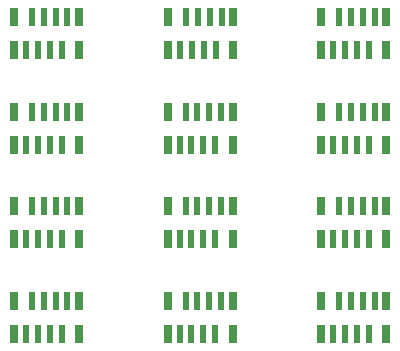
<source format=gtp>
%TF.GenerationSoftware,KiCad,Pcbnew,5.1.10-88a1d61d58~88~ubuntu20.10.1*%
%TF.CreationDate,2021-05-14T12:57:49-04:00*%
%TF.ProjectId,lick_detector_interface,6c69636b-5f64-4657-9465-63746f725f69,1.0*%
%TF.SameCoordinates,Original*%
%TF.FileFunction,Paste,Top*%
%TF.FilePolarity,Positive*%
%FSLAX46Y46*%
G04 Gerber Fmt 4.6, Leading zero omitted, Abs format (unit mm)*
G04 Created by KiCad (PCBNEW 5.1.10-88a1d61d58~88~ubuntu20.10.1) date 2021-05-14 12:57:49*
%MOMM*%
%LPD*%
G01*
G04 APERTURE LIST*
%ADD10R,0.800000X1.500000*%
%ADD11R,0.600000X1.500000*%
G04 APERTURE END LIST*
D10*
%TO.C,P1*%
X144250000Y-98400000D03*
X144250000Y-95600000D03*
X149750000Y-95600000D03*
X149750000Y-98400000D03*
D11*
X145250000Y-98400000D03*
X145750000Y-95600000D03*
X146250000Y-98400000D03*
X146750000Y-95600000D03*
X147250000Y-98400000D03*
X147750000Y-95600000D03*
X148250000Y-98400000D03*
X148750000Y-95600000D03*
%TD*%
D10*
%TO.C,P2*%
X144250000Y-106400000D03*
X144250000Y-103600000D03*
X149750000Y-103600000D03*
X149750000Y-106400000D03*
D11*
X145250000Y-106400000D03*
X145750000Y-103600000D03*
X146250000Y-106400000D03*
X146750000Y-103600000D03*
X147250000Y-106400000D03*
X147750000Y-103600000D03*
X148250000Y-106400000D03*
X148750000Y-103600000D03*
%TD*%
D10*
%TO.C,P3*%
X144250000Y-114400000D03*
X144250000Y-111600000D03*
X149750000Y-111600000D03*
X149750000Y-114400000D03*
D11*
X145250000Y-114400000D03*
X145750000Y-111600000D03*
X146250000Y-114400000D03*
X146750000Y-111600000D03*
X147250000Y-114400000D03*
X147750000Y-111600000D03*
X148250000Y-114400000D03*
X148750000Y-111600000D03*
%TD*%
D10*
%TO.C,P4*%
X144250000Y-122400000D03*
X144250000Y-119600000D03*
X149750000Y-119600000D03*
X149750000Y-122400000D03*
D11*
X145250000Y-122400000D03*
X145750000Y-119600000D03*
X146250000Y-122400000D03*
X146750000Y-119600000D03*
X147250000Y-122400000D03*
X147750000Y-119600000D03*
X148250000Y-122400000D03*
X148750000Y-119600000D03*
%TD*%
D10*
%TO.C,P5*%
X157300000Y-98400000D03*
X157300000Y-95600000D03*
X162800000Y-95600000D03*
X162800000Y-98400000D03*
D11*
X158300000Y-98400000D03*
X158800000Y-95600000D03*
X159300000Y-98400000D03*
X159800000Y-95600000D03*
X160300000Y-98400000D03*
X160800000Y-95600000D03*
X161300000Y-98400000D03*
X161800000Y-95600000D03*
%TD*%
D10*
%TO.C,P6*%
X157250000Y-106400000D03*
X157250000Y-103600000D03*
X162750000Y-103600000D03*
X162750000Y-106400000D03*
D11*
X158250000Y-106400000D03*
X158750000Y-103600000D03*
X159250000Y-106400000D03*
X159750000Y-103600000D03*
X160250000Y-106400000D03*
X160750000Y-103600000D03*
X161250000Y-106400000D03*
X161750000Y-103600000D03*
%TD*%
D10*
%TO.C,P7*%
X157250000Y-114400000D03*
X157250000Y-111600000D03*
X162750000Y-111600000D03*
X162750000Y-114400000D03*
D11*
X158250000Y-114400000D03*
X158750000Y-111600000D03*
X159250000Y-114400000D03*
X159750000Y-111600000D03*
X160250000Y-114400000D03*
X160750000Y-111600000D03*
X161250000Y-114400000D03*
X161750000Y-111600000D03*
%TD*%
D10*
%TO.C,P8*%
X157250000Y-122400000D03*
X157250000Y-119600000D03*
X162750000Y-119600000D03*
X162750000Y-122400000D03*
D11*
X158250000Y-122400000D03*
X158750000Y-119600000D03*
X159250000Y-122400000D03*
X159750000Y-119600000D03*
X160250000Y-122400000D03*
X160750000Y-119600000D03*
X161250000Y-122400000D03*
X161750000Y-119600000D03*
%TD*%
D10*
%TO.C,P9*%
X170250000Y-98400000D03*
X170250000Y-95600000D03*
X175750000Y-95600000D03*
X175750000Y-98400000D03*
D11*
X171250000Y-98400000D03*
X171750000Y-95600000D03*
X172250000Y-98400000D03*
X172750000Y-95600000D03*
X173250000Y-98400000D03*
X173750000Y-95600000D03*
X174250000Y-98400000D03*
X174750000Y-95600000D03*
%TD*%
D10*
%TO.C,P10*%
X170250000Y-106400000D03*
X170250000Y-103600000D03*
X175750000Y-103600000D03*
X175750000Y-106400000D03*
D11*
X171250000Y-106400000D03*
X171750000Y-103600000D03*
X172250000Y-106400000D03*
X172750000Y-103600000D03*
X173250000Y-106400000D03*
X173750000Y-103600000D03*
X174250000Y-106400000D03*
X174750000Y-103600000D03*
%TD*%
D10*
%TO.C,P11*%
X170250000Y-114400000D03*
X170250000Y-111600000D03*
X175750000Y-111600000D03*
X175750000Y-114400000D03*
D11*
X171250000Y-114400000D03*
X171750000Y-111600000D03*
X172250000Y-114400000D03*
X172750000Y-111600000D03*
X173250000Y-114400000D03*
X173750000Y-111600000D03*
X174250000Y-114400000D03*
X174750000Y-111600000D03*
%TD*%
D10*
%TO.C,P12*%
X170250000Y-122400000D03*
X170250000Y-119600000D03*
X175750000Y-119600000D03*
X175750000Y-122400000D03*
D11*
X171250000Y-122400000D03*
X171750000Y-119600000D03*
X172250000Y-122400000D03*
X172750000Y-119600000D03*
X173250000Y-122400000D03*
X173750000Y-119600000D03*
X174250000Y-122400000D03*
X174750000Y-119600000D03*
%TD*%
M02*

</source>
